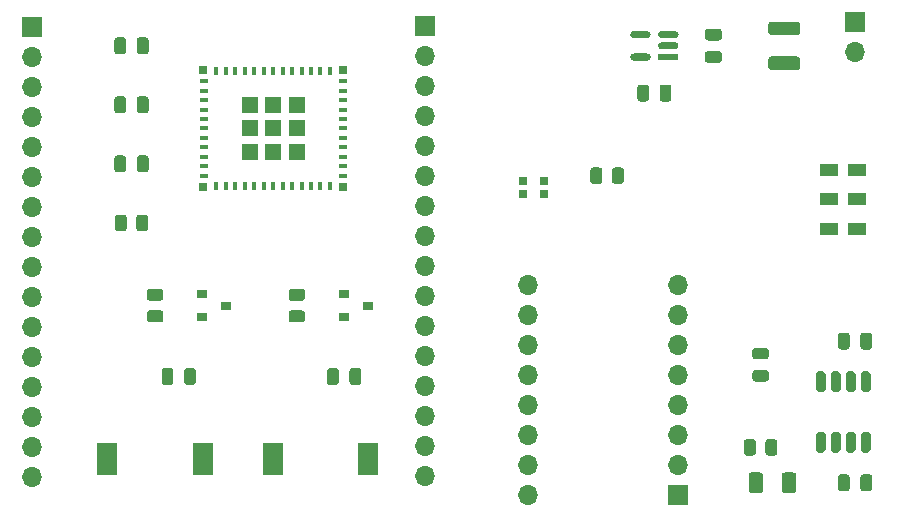
<source format=gbr>
G04 #@! TF.GenerationSoftware,KiCad,Pcbnew,(5.1.12-1-10_14)*
G04 #@! TF.CreationDate,2021-12-17T20:41:21-05:00*
G04 #@! TF.ProjectId,ClonedESP32DevBoard,436c6f6e-6564-4455-9350-333244657642,rev?*
G04 #@! TF.SameCoordinates,Original*
G04 #@! TF.FileFunction,Soldermask,Top*
G04 #@! TF.FilePolarity,Negative*
%FSLAX46Y46*%
G04 Gerber Fmt 4.6, Leading zero omitted, Abs format (unit mm)*
G04 Created by KiCad (PCBNEW (5.1.12-1-10_14)) date 2021-12-17 20:41:21*
%MOMM*%
%LPD*%
G01*
G04 APERTURE LIST*
%ADD10O,1.700000X1.700000*%
%ADD11R,1.700000X1.700000*%
%ADD12R,0.700000X0.700000*%
%ADD13R,1.450000X1.450000*%
%ADD14R,0.400000X0.800000*%
%ADD15R,0.800000X0.400000*%
%ADD16R,1.755639X0.609807*%
%ADD17R,1.600000X1.000000*%
%ADD18R,1.701800X2.692400*%
%ADD19R,0.900000X0.800000*%
G04 APERTURE END LIST*
D10*
G04 #@! TO.C,BT1*
X111843800Y-104167700D03*
D11*
X111843800Y-101627700D03*
G04 #@! TD*
D10*
G04 #@! TO.C,J4*
X75433800Y-140087700D03*
X75433800Y-137547700D03*
X75433800Y-135007700D03*
X75433800Y-132467700D03*
X75433800Y-129927700D03*
X75433800Y-127387700D03*
X75433800Y-124847700D03*
X75433800Y-122307700D03*
X75433800Y-119767700D03*
X75433800Y-117227700D03*
X75433800Y-114687700D03*
X75433800Y-112147700D03*
X75433800Y-109607700D03*
X75433800Y-107067700D03*
X75433800Y-104527700D03*
D11*
X75433800Y-101987700D03*
G04 #@! TD*
D10*
G04 #@! TO.C,J3*
X42113800Y-140167700D03*
X42113800Y-137627700D03*
X42113800Y-135087700D03*
X42113800Y-132547700D03*
X42113800Y-130007700D03*
X42113800Y-127467700D03*
X42113800Y-124927700D03*
X42113800Y-122387700D03*
X42113800Y-119847700D03*
X42113800Y-117307700D03*
X42113800Y-114767700D03*
X42113800Y-112227700D03*
X42113800Y-109687700D03*
X42113800Y-107147700D03*
X42113800Y-104607700D03*
D11*
X42113800Y-102067700D03*
G04 #@! TD*
G04 #@! TO.C,R4*
G36*
G01*
X50973800Y-119077701D02*
X50973800Y-118177699D01*
G75*
G02*
X51223799Y-117927700I249999J0D01*
G01*
X51748801Y-117927700D01*
G75*
G02*
X51998800Y-118177699I0J-249999D01*
G01*
X51998800Y-119077701D01*
G75*
G02*
X51748801Y-119327700I-249999J0D01*
G01*
X51223799Y-119327700D01*
G75*
G02*
X50973800Y-119077701I0J249999D01*
G01*
G37*
G36*
G01*
X49148800Y-119077701D02*
X49148800Y-118177699D01*
G75*
G02*
X49398799Y-117927700I249999J0D01*
G01*
X49923801Y-117927700D01*
G75*
G02*
X50173800Y-118177699I0J-249999D01*
G01*
X50173800Y-119077701D01*
G75*
G02*
X49923801Y-119327700I-249999J0D01*
G01*
X49398799Y-119327700D01*
G75*
G02*
X49148800Y-119077701I0J249999D01*
G01*
G37*
G04 #@! TD*
D12*
G04 #@! TO.C,IC1*
X68523800Y-105677700D03*
X68523800Y-115577700D03*
X56623800Y-115577700D03*
X56623800Y-105677700D03*
D13*
X64548800Y-110627700D03*
X64548800Y-112602700D03*
X62573800Y-112602700D03*
X60598800Y-112602700D03*
X60598800Y-110627700D03*
X60598800Y-108652700D03*
X62573800Y-108652700D03*
X64548800Y-108652700D03*
X62573800Y-110627700D03*
D14*
X57773800Y-105727700D03*
X58573800Y-105727700D03*
X59373800Y-105727700D03*
X60173800Y-105727700D03*
X60973800Y-105727700D03*
X61773800Y-105727700D03*
X62573800Y-105727700D03*
X63373800Y-105727700D03*
X64173800Y-105727700D03*
X64973800Y-105727700D03*
X65773800Y-105727700D03*
X66573800Y-105727700D03*
X67373800Y-105727700D03*
D15*
X68473800Y-106627700D03*
X68473800Y-107427700D03*
X68473800Y-108227700D03*
X68473800Y-109027700D03*
X68473800Y-109827700D03*
X68473800Y-110627700D03*
X68473800Y-111427700D03*
X68473800Y-112227700D03*
X68473800Y-113027700D03*
X68473800Y-113827700D03*
X68473800Y-114627700D03*
D14*
X67373800Y-115527700D03*
X66573800Y-115527700D03*
X65773800Y-115527700D03*
X64973800Y-115527700D03*
X64173800Y-115527700D03*
X63373800Y-115527700D03*
X62573800Y-115527700D03*
X61773800Y-115527700D03*
X60973800Y-115527700D03*
X60173800Y-115527700D03*
X59373800Y-115527700D03*
X58573800Y-115527700D03*
X57773800Y-115527700D03*
D15*
X56673800Y-114627700D03*
X56673800Y-113827700D03*
X56673800Y-113027700D03*
X56673800Y-112227700D03*
X56673800Y-111427700D03*
X56673800Y-110627700D03*
X56673800Y-109827700D03*
X56673800Y-109027700D03*
X56673800Y-108227700D03*
X56673800Y-107427700D03*
X56673800Y-106627700D03*
G04 #@! TD*
G04 #@! TO.C,C10*
G36*
G01*
X50123800Y-113152700D02*
X50123800Y-114102700D01*
G75*
G02*
X49873800Y-114352700I-250000J0D01*
G01*
X49373800Y-114352700D01*
G75*
G02*
X49123800Y-114102700I0J250000D01*
G01*
X49123800Y-113152700D01*
G75*
G02*
X49373800Y-112902700I250000J0D01*
G01*
X49873800Y-112902700D01*
G75*
G02*
X50123800Y-113152700I0J-250000D01*
G01*
G37*
G36*
G01*
X52023800Y-113152700D02*
X52023800Y-114102700D01*
G75*
G02*
X51773800Y-114352700I-250000J0D01*
G01*
X51273800Y-114352700D01*
G75*
G02*
X51023800Y-114102700I0J250000D01*
G01*
X51023800Y-113152700D01*
G75*
G02*
X51273800Y-112902700I250000J0D01*
G01*
X51773800Y-112902700D01*
G75*
G02*
X52023800Y-113152700I0J-250000D01*
G01*
G37*
G04 #@! TD*
G04 #@! TO.C,C9*
G36*
G01*
X50123800Y-103152700D02*
X50123800Y-104102700D01*
G75*
G02*
X49873800Y-104352700I-250000J0D01*
G01*
X49373800Y-104352700D01*
G75*
G02*
X49123800Y-104102700I0J250000D01*
G01*
X49123800Y-103152700D01*
G75*
G02*
X49373800Y-102902700I250000J0D01*
G01*
X49873800Y-102902700D01*
G75*
G02*
X50123800Y-103152700I0J-250000D01*
G01*
G37*
G36*
G01*
X52023800Y-103152700D02*
X52023800Y-104102700D01*
G75*
G02*
X51773800Y-104352700I-250000J0D01*
G01*
X51273800Y-104352700D01*
G75*
G02*
X51023800Y-104102700I0J250000D01*
G01*
X51023800Y-103152700D01*
G75*
G02*
X51273800Y-102902700I250000J0D01*
G01*
X51773800Y-102902700D01*
G75*
G02*
X52023800Y-103152700I0J-250000D01*
G01*
G37*
G04 #@! TD*
G04 #@! TO.C,C8*
G36*
G01*
X50123800Y-108152700D02*
X50123800Y-109102700D01*
G75*
G02*
X49873800Y-109352700I-250000J0D01*
G01*
X49373800Y-109352700D01*
G75*
G02*
X49123800Y-109102700I0J250000D01*
G01*
X49123800Y-108152700D01*
G75*
G02*
X49373800Y-107902700I250000J0D01*
G01*
X49873800Y-107902700D01*
G75*
G02*
X50123800Y-108152700I0J-250000D01*
G01*
G37*
G36*
G01*
X52023800Y-108152700D02*
X52023800Y-109102700D01*
G75*
G02*
X51773800Y-109352700I-250000J0D01*
G01*
X51273800Y-109352700D01*
G75*
G02*
X51023800Y-109102700I0J250000D01*
G01*
X51023800Y-108152700D01*
G75*
G02*
X51273800Y-107902700I250000J0D01*
G01*
X51773800Y-107902700D01*
G75*
G02*
X52023800Y-108152700I0J-250000D01*
G01*
G37*
G04 #@! TD*
D16*
G04 #@! TO.C,U2*
X96019081Y-104577700D03*
G36*
G01*
X96896900Y-103627699D02*
X96896900Y-103627699D01*
G75*
G02*
X96591997Y-103932602I-304903J0D01*
G01*
X95446165Y-103932602D01*
G75*
G02*
X95141262Y-103627699I0J304903D01*
G01*
X95141262Y-103627699D01*
G75*
G02*
X95446165Y-103322796I304903J0D01*
G01*
X96591997Y-103322796D01*
G75*
G02*
X96896900Y-103627699I0J-304903D01*
G01*
G37*
G36*
G01*
X96896900Y-102677699D02*
X96896900Y-102677699D01*
G75*
G02*
X96591997Y-102982602I-304903J0D01*
G01*
X95446165Y-102982602D01*
G75*
G02*
X95141262Y-102677699I0J304903D01*
G01*
X95141262Y-102677699D01*
G75*
G02*
X95446165Y-102372796I304903J0D01*
G01*
X96591997Y-102372796D01*
G75*
G02*
X96896900Y-102677699I0J-304903D01*
G01*
G37*
G36*
G01*
X94546337Y-102677699D02*
X94546337Y-102677699D01*
G75*
G02*
X94241434Y-102982602I-304903J0D01*
G01*
X93095602Y-102982602D01*
G75*
G02*
X92790699Y-102677699I0J304903D01*
G01*
X92790699Y-102677699D01*
G75*
G02*
X93095602Y-102372796I304903J0D01*
G01*
X94241434Y-102372796D01*
G75*
G02*
X94546337Y-102677699I0J-304903D01*
G01*
G37*
G36*
G01*
X94546337Y-104577700D02*
X94546337Y-104577700D01*
G75*
G02*
X94241434Y-104882603I-304903J0D01*
G01*
X93095602Y-104882603D01*
G75*
G02*
X92790699Y-104577700I0J304903D01*
G01*
X92790699Y-104577700D01*
G75*
G02*
X93095602Y-104272797I304903J0D01*
G01*
X94241434Y-104272797D01*
G75*
G02*
X94546337Y-104577700I0J-304903D01*
G01*
G37*
G04 #@! TD*
G04 #@! TO.C,U1*
G36*
G01*
X109138800Y-132927700D02*
X108738800Y-132927700D01*
G75*
G02*
X108538800Y-132727700I0J200000D01*
G01*
X108538800Y-131377700D01*
G75*
G02*
X108738800Y-131177700I200000J0D01*
G01*
X109138800Y-131177700D01*
G75*
G02*
X109338800Y-131377700I0J-200000D01*
G01*
X109338800Y-132727700D01*
G75*
G02*
X109138800Y-132927700I-200000J0D01*
G01*
G37*
G36*
G01*
X110408800Y-132927700D02*
X110008800Y-132927700D01*
G75*
G02*
X109808800Y-132727700I0J200000D01*
G01*
X109808800Y-131377700D01*
G75*
G02*
X110008800Y-131177700I200000J0D01*
G01*
X110408800Y-131177700D01*
G75*
G02*
X110608800Y-131377700I0J-200000D01*
G01*
X110608800Y-132727700D01*
G75*
G02*
X110408800Y-132927700I-200000J0D01*
G01*
G37*
G36*
G01*
X111678800Y-132927700D02*
X111278800Y-132927700D01*
G75*
G02*
X111078800Y-132727700I0J200000D01*
G01*
X111078800Y-131377700D01*
G75*
G02*
X111278800Y-131177700I200000J0D01*
G01*
X111678800Y-131177700D01*
G75*
G02*
X111878800Y-131377700I0J-200000D01*
G01*
X111878800Y-132727700D01*
G75*
G02*
X111678800Y-132927700I-200000J0D01*
G01*
G37*
G36*
G01*
X112948800Y-132927700D02*
X112548800Y-132927700D01*
G75*
G02*
X112348800Y-132727700I0J200000D01*
G01*
X112348800Y-131377700D01*
G75*
G02*
X112548800Y-131177700I200000J0D01*
G01*
X112948800Y-131177700D01*
G75*
G02*
X113148800Y-131377700I0J-200000D01*
G01*
X113148800Y-132727700D01*
G75*
G02*
X112948800Y-132927700I-200000J0D01*
G01*
G37*
G36*
G01*
X112948800Y-138077700D02*
X112548800Y-138077700D01*
G75*
G02*
X112348800Y-137877700I0J200000D01*
G01*
X112348800Y-136527700D01*
G75*
G02*
X112548800Y-136327700I200000J0D01*
G01*
X112948800Y-136327700D01*
G75*
G02*
X113148800Y-136527700I0J-200000D01*
G01*
X113148800Y-137877700D01*
G75*
G02*
X112948800Y-138077700I-200000J0D01*
G01*
G37*
G36*
G01*
X111678800Y-138077700D02*
X111278800Y-138077700D01*
G75*
G02*
X111078800Y-137877700I0J200000D01*
G01*
X111078800Y-136527700D01*
G75*
G02*
X111278800Y-136327700I200000J0D01*
G01*
X111678800Y-136327700D01*
G75*
G02*
X111878800Y-136527700I0J-200000D01*
G01*
X111878800Y-137877700D01*
G75*
G02*
X111678800Y-138077700I-200000J0D01*
G01*
G37*
G36*
G01*
X110408800Y-138077700D02*
X110008800Y-138077700D01*
G75*
G02*
X109808800Y-137877700I0J200000D01*
G01*
X109808800Y-136527700D01*
G75*
G02*
X110008800Y-136327700I200000J0D01*
G01*
X110408800Y-136327700D01*
G75*
G02*
X110608800Y-136527700I0J-200000D01*
G01*
X110608800Y-137877700D01*
G75*
G02*
X110408800Y-138077700I-200000J0D01*
G01*
G37*
G36*
G01*
X109138800Y-138077700D02*
X108738800Y-138077700D01*
G75*
G02*
X108538800Y-137877700I0J200000D01*
G01*
X108538800Y-136527700D01*
G75*
G02*
X108738800Y-136327700I200000J0D01*
G01*
X109138800Y-136327700D01*
G75*
G02*
X109338800Y-136527700I0J-200000D01*
G01*
X109338800Y-137877700D01*
G75*
G02*
X109138800Y-138077700I-200000J0D01*
G01*
G37*
G04 #@! TD*
D17*
G04 #@! TO.C,SW3*
X112043800Y-119127700D03*
X112043800Y-116627700D03*
X112043800Y-114127700D03*
X109643800Y-119127700D03*
X109643800Y-116627700D03*
X109643800Y-114127700D03*
G04 #@! TD*
D18*
G04 #@! TO.C,SW2*
X62522500Y-138627700D03*
X70625100Y-138627700D03*
G04 #@! TD*
G04 #@! TO.C,SW1*
X48522500Y-138627700D03*
X56625100Y-138627700D03*
G04 #@! TD*
G04 #@! TO.C,R6*
G36*
G01*
X90443800Y-114177699D02*
X90443800Y-115077701D01*
G75*
G02*
X90193801Y-115327700I-249999J0D01*
G01*
X89668799Y-115327700D01*
G75*
G02*
X89418800Y-115077701I0J249999D01*
G01*
X89418800Y-114177699D01*
G75*
G02*
X89668799Y-113927700I249999J0D01*
G01*
X90193801Y-113927700D01*
G75*
G02*
X90443800Y-114177699I0J-249999D01*
G01*
G37*
G36*
G01*
X92268800Y-114177699D02*
X92268800Y-115077701D01*
G75*
G02*
X92018801Y-115327700I-249999J0D01*
G01*
X91493799Y-115327700D01*
G75*
G02*
X91243800Y-115077701I0J249999D01*
G01*
X91243800Y-114177699D01*
G75*
G02*
X91493799Y-113927700I249999J0D01*
G01*
X92018801Y-113927700D01*
G75*
G02*
X92268800Y-114177699I0J-249999D01*
G01*
G37*
G04 #@! TD*
G04 #@! TO.C,R3*
G36*
G01*
X103443800Y-137177699D02*
X103443800Y-138077701D01*
G75*
G02*
X103193801Y-138327700I-249999J0D01*
G01*
X102668799Y-138327700D01*
G75*
G02*
X102418800Y-138077701I0J249999D01*
G01*
X102418800Y-137177699D01*
G75*
G02*
X102668799Y-136927700I249999J0D01*
G01*
X103193801Y-136927700D01*
G75*
G02*
X103443800Y-137177699I0J-249999D01*
G01*
G37*
G36*
G01*
X105268800Y-137177699D02*
X105268800Y-138077701D01*
G75*
G02*
X105018801Y-138327700I-249999J0D01*
G01*
X104493799Y-138327700D01*
G75*
G02*
X104243800Y-138077701I0J249999D01*
G01*
X104243800Y-137177699D01*
G75*
G02*
X104493799Y-136927700I249999J0D01*
G01*
X105018801Y-136927700D01*
G75*
G02*
X105268800Y-137177699I0J-249999D01*
G01*
G37*
G04 #@! TD*
G04 #@! TO.C,R2*
G36*
G01*
X53023801Y-125227700D02*
X52123799Y-125227700D01*
G75*
G02*
X51873800Y-124977701I0J249999D01*
G01*
X51873800Y-124452699D01*
G75*
G02*
X52123799Y-124202700I249999J0D01*
G01*
X53023801Y-124202700D01*
G75*
G02*
X53273800Y-124452699I0J-249999D01*
G01*
X53273800Y-124977701D01*
G75*
G02*
X53023801Y-125227700I-249999J0D01*
G01*
G37*
G36*
G01*
X53023801Y-127052700D02*
X52123799Y-127052700D01*
G75*
G02*
X51873800Y-126802701I0J249999D01*
G01*
X51873800Y-126277699D01*
G75*
G02*
X52123799Y-126027700I249999J0D01*
G01*
X53023801Y-126027700D01*
G75*
G02*
X53273800Y-126277699I0J-249999D01*
G01*
X53273800Y-126802701D01*
G75*
G02*
X53023801Y-127052700I-249999J0D01*
G01*
G37*
G04 #@! TD*
G04 #@! TO.C,R1*
G36*
G01*
X65023801Y-125227700D02*
X64123799Y-125227700D01*
G75*
G02*
X63873800Y-124977701I0J249999D01*
G01*
X63873800Y-124452699D01*
G75*
G02*
X64123799Y-124202700I249999J0D01*
G01*
X65023801Y-124202700D01*
G75*
G02*
X65273800Y-124452699I0J-249999D01*
G01*
X65273800Y-124977701D01*
G75*
G02*
X65023801Y-125227700I-249999J0D01*
G01*
G37*
G36*
G01*
X65023801Y-127052700D02*
X64123799Y-127052700D01*
G75*
G02*
X63873800Y-126802701I0J249999D01*
G01*
X63873800Y-126277699D01*
G75*
G02*
X64123799Y-126027700I249999J0D01*
G01*
X65023801Y-126027700D01*
G75*
G02*
X65273800Y-126277699I0J-249999D01*
G01*
X65273800Y-126802701D01*
G75*
G02*
X65023801Y-127052700I-249999J0D01*
G01*
G37*
G04 #@! TD*
D19*
G04 #@! TO.C,Q2*
X58573800Y-125627700D03*
X56573800Y-126577700D03*
X56573800Y-124677700D03*
G04 #@! TD*
G04 #@! TO.C,Q1*
X70573800Y-125627700D03*
X68573800Y-126577700D03*
X68573800Y-124677700D03*
G04 #@! TD*
D10*
G04 #@! TO.C,J1*
X84143800Y-123847700D03*
X96843800Y-123847700D03*
X84143800Y-126387700D03*
X96843800Y-126387700D03*
X84143800Y-128927700D03*
X96843800Y-128927700D03*
X84143800Y-131467700D03*
X96843800Y-131467700D03*
X84143800Y-134007700D03*
X96843800Y-134007700D03*
X84143800Y-136547700D03*
X96843800Y-136547700D03*
X84143800Y-139087700D03*
X96843800Y-139087700D03*
X84143800Y-141627700D03*
D11*
X96843800Y-141627700D03*
G04 #@! TD*
G04 #@! TO.C,D3*
G36*
G01*
X103387550Y-131077700D02*
X104300050Y-131077700D01*
G75*
G02*
X104543800Y-131321450I0J-243750D01*
G01*
X104543800Y-131808950D01*
G75*
G02*
X104300050Y-132052700I-243750J0D01*
G01*
X103387550Y-132052700D01*
G75*
G02*
X103143800Y-131808950I0J243750D01*
G01*
X103143800Y-131321450D01*
G75*
G02*
X103387550Y-131077700I243750J0D01*
G01*
G37*
G36*
G01*
X103387550Y-129202700D02*
X104300050Y-129202700D01*
G75*
G02*
X104543800Y-129446450I0J-243750D01*
G01*
X104543800Y-129933950D01*
G75*
G02*
X104300050Y-130177700I-243750J0D01*
G01*
X103387550Y-130177700D01*
G75*
G02*
X103143800Y-129933950I0J243750D01*
G01*
X103143800Y-129446450D01*
G75*
G02*
X103387550Y-129202700I243750J0D01*
G01*
G37*
G04 #@! TD*
G04 #@! TO.C,D2*
G36*
G01*
X104068800Y-140002700D02*
X104068800Y-141252700D01*
G75*
G02*
X103818800Y-141502700I-250000J0D01*
G01*
X103068800Y-141502700D01*
G75*
G02*
X102818800Y-141252700I0J250000D01*
G01*
X102818800Y-140002700D01*
G75*
G02*
X103068800Y-139752700I250000J0D01*
G01*
X103818800Y-139752700D01*
G75*
G02*
X104068800Y-140002700I0J-250000D01*
G01*
G37*
G36*
G01*
X106868800Y-140002700D02*
X106868800Y-141252700D01*
G75*
G02*
X106618800Y-141502700I-250000J0D01*
G01*
X105868800Y-141502700D01*
G75*
G02*
X105618800Y-141252700I0J250000D01*
G01*
X105618800Y-140002700D01*
G75*
G02*
X105868800Y-139752700I250000J0D01*
G01*
X106618800Y-139752700D01*
G75*
G02*
X106868800Y-140002700I0J-250000D01*
G01*
G37*
G04 #@! TD*
D12*
G04 #@! TO.C,D1*
X83688800Y-115047700D03*
X83688800Y-116147700D03*
X85518800Y-116147700D03*
X85518800Y-115047700D03*
G04 #@! TD*
G04 #@! TO.C,C7*
G36*
G01*
X104743799Y-104527700D02*
X106943801Y-104527700D01*
G75*
G02*
X107193800Y-104777699I0J-249999D01*
G01*
X107193800Y-105427701D01*
G75*
G02*
X106943801Y-105677700I-249999J0D01*
G01*
X104743799Y-105677700D01*
G75*
G02*
X104493800Y-105427701I0J249999D01*
G01*
X104493800Y-104777699D01*
G75*
G02*
X104743799Y-104527700I249999J0D01*
G01*
G37*
G36*
G01*
X104743799Y-101577700D02*
X106943801Y-101577700D01*
G75*
G02*
X107193800Y-101827699I0J-249999D01*
G01*
X107193800Y-102477701D01*
G75*
G02*
X106943801Y-102727700I-249999J0D01*
G01*
X104743799Y-102727700D01*
G75*
G02*
X104493800Y-102477701I0J249999D01*
G01*
X104493800Y-101827699D01*
G75*
G02*
X104743799Y-101577700I249999J0D01*
G01*
G37*
G04 #@! TD*
G04 #@! TO.C,C6*
G36*
G01*
X95293800Y-108102700D02*
X95293800Y-107152700D01*
G75*
G02*
X95543800Y-106902700I250000J0D01*
G01*
X96043800Y-106902700D01*
G75*
G02*
X96293800Y-107152700I0J-250000D01*
G01*
X96293800Y-108102700D01*
G75*
G02*
X96043800Y-108352700I-250000J0D01*
G01*
X95543800Y-108352700D01*
G75*
G02*
X95293800Y-108102700I0J250000D01*
G01*
G37*
G36*
G01*
X93393800Y-108102700D02*
X93393800Y-107152700D01*
G75*
G02*
X93643800Y-106902700I250000J0D01*
G01*
X94143800Y-106902700D01*
G75*
G02*
X94393800Y-107152700I0J-250000D01*
G01*
X94393800Y-108102700D01*
G75*
G02*
X94143800Y-108352700I-250000J0D01*
G01*
X93643800Y-108352700D01*
G75*
G02*
X93393800Y-108102700I0J250000D01*
G01*
G37*
G04 #@! TD*
G04 #@! TO.C,C5*
G36*
G01*
X99368800Y-104077700D02*
X100318800Y-104077700D01*
G75*
G02*
X100568800Y-104327700I0J-250000D01*
G01*
X100568800Y-104827700D01*
G75*
G02*
X100318800Y-105077700I-250000J0D01*
G01*
X99368800Y-105077700D01*
G75*
G02*
X99118800Y-104827700I0J250000D01*
G01*
X99118800Y-104327700D01*
G75*
G02*
X99368800Y-104077700I250000J0D01*
G01*
G37*
G36*
G01*
X99368800Y-102177700D02*
X100318800Y-102177700D01*
G75*
G02*
X100568800Y-102427700I0J-250000D01*
G01*
X100568800Y-102927700D01*
G75*
G02*
X100318800Y-103177700I-250000J0D01*
G01*
X99368800Y-103177700D01*
G75*
G02*
X99118800Y-102927700I0J250000D01*
G01*
X99118800Y-102427700D01*
G75*
G02*
X99368800Y-102177700I250000J0D01*
G01*
G37*
G04 #@! TD*
G04 #@! TO.C,C4*
G36*
G01*
X111393800Y-128152700D02*
X111393800Y-129102700D01*
G75*
G02*
X111143800Y-129352700I-250000J0D01*
G01*
X110643800Y-129352700D01*
G75*
G02*
X110393800Y-129102700I0J250000D01*
G01*
X110393800Y-128152700D01*
G75*
G02*
X110643800Y-127902700I250000J0D01*
G01*
X111143800Y-127902700D01*
G75*
G02*
X111393800Y-128152700I0J-250000D01*
G01*
G37*
G36*
G01*
X113293800Y-128152700D02*
X113293800Y-129102700D01*
G75*
G02*
X113043800Y-129352700I-250000J0D01*
G01*
X112543800Y-129352700D01*
G75*
G02*
X112293800Y-129102700I0J250000D01*
G01*
X112293800Y-128152700D01*
G75*
G02*
X112543800Y-127902700I250000J0D01*
G01*
X113043800Y-127902700D01*
G75*
G02*
X113293800Y-128152700I0J-250000D01*
G01*
G37*
G04 #@! TD*
G04 #@! TO.C,C3*
G36*
G01*
X112293800Y-141102700D02*
X112293800Y-140152700D01*
G75*
G02*
X112543800Y-139902700I250000J0D01*
G01*
X113043800Y-139902700D01*
G75*
G02*
X113293800Y-140152700I0J-250000D01*
G01*
X113293800Y-141102700D01*
G75*
G02*
X113043800Y-141352700I-250000J0D01*
G01*
X112543800Y-141352700D01*
G75*
G02*
X112293800Y-141102700I0J250000D01*
G01*
G37*
G36*
G01*
X110393800Y-141102700D02*
X110393800Y-140152700D01*
G75*
G02*
X110643800Y-139902700I250000J0D01*
G01*
X111143800Y-139902700D01*
G75*
G02*
X111393800Y-140152700I0J-250000D01*
G01*
X111393800Y-141102700D01*
G75*
G02*
X111143800Y-141352700I-250000J0D01*
G01*
X110643800Y-141352700D01*
G75*
G02*
X110393800Y-141102700I0J250000D01*
G01*
G37*
G04 #@! TD*
G04 #@! TO.C,C2*
G36*
G01*
X69023800Y-132102700D02*
X69023800Y-131152700D01*
G75*
G02*
X69273800Y-130902700I250000J0D01*
G01*
X69773800Y-130902700D01*
G75*
G02*
X70023800Y-131152700I0J-250000D01*
G01*
X70023800Y-132102700D01*
G75*
G02*
X69773800Y-132352700I-250000J0D01*
G01*
X69273800Y-132352700D01*
G75*
G02*
X69023800Y-132102700I0J250000D01*
G01*
G37*
G36*
G01*
X67123800Y-132102700D02*
X67123800Y-131152700D01*
G75*
G02*
X67373800Y-130902700I250000J0D01*
G01*
X67873800Y-130902700D01*
G75*
G02*
X68123800Y-131152700I0J-250000D01*
G01*
X68123800Y-132102700D01*
G75*
G02*
X67873800Y-132352700I-250000J0D01*
G01*
X67373800Y-132352700D01*
G75*
G02*
X67123800Y-132102700I0J250000D01*
G01*
G37*
G04 #@! TD*
G04 #@! TO.C,C1*
G36*
G01*
X55023800Y-132102700D02*
X55023800Y-131152700D01*
G75*
G02*
X55273800Y-130902700I250000J0D01*
G01*
X55773800Y-130902700D01*
G75*
G02*
X56023800Y-131152700I0J-250000D01*
G01*
X56023800Y-132102700D01*
G75*
G02*
X55773800Y-132352700I-250000J0D01*
G01*
X55273800Y-132352700D01*
G75*
G02*
X55023800Y-132102700I0J250000D01*
G01*
G37*
G36*
G01*
X53123800Y-132102700D02*
X53123800Y-131152700D01*
G75*
G02*
X53373800Y-130902700I250000J0D01*
G01*
X53873800Y-130902700D01*
G75*
G02*
X54123800Y-131152700I0J-250000D01*
G01*
X54123800Y-132102700D01*
G75*
G02*
X53873800Y-132352700I-250000J0D01*
G01*
X53373800Y-132352700D01*
G75*
G02*
X53123800Y-132102700I0J250000D01*
G01*
G37*
G04 #@! TD*
M02*

</source>
